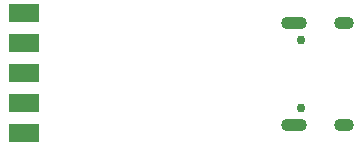
<source format=gbr>
%TF.GenerationSoftware,KiCad,Pcbnew,5.1.6+dfsg1-1*%
%TF.CreationDate,2020-06-28T19:58:20+08:00*%
%TF.ProjectId,stlink,73746c69-6e6b-42e6-9b69-6361645f7063,rev?*%
%TF.SameCoordinates,Original*%
%TF.FileFunction,Soldermask,Bot*%
%TF.FilePolarity,Negative*%
%FSLAX46Y46*%
G04 Gerber Fmt 4.6, Leading zero omitted, Abs format (unit mm)*
G04 Created by KiCad (PCBNEW 5.1.6+dfsg1-1) date 2020-06-28 19:58:20*
%MOMM*%
%LPD*%
G01*
G04 APERTURE LIST*
%ADD10R,2.640000X1.624000*%
%ADD11O,2.200000X1.100000*%
%ADD12C,0.750000*%
%ADD13O,1.700000X1.100000*%
G04 APERTURE END LIST*
D10*
%TO.C,J2*%
X111500000Y-84840000D03*
X111500000Y-87380000D03*
X111500000Y-89920000D03*
X111500000Y-92460000D03*
X111500000Y-95000000D03*
%TD*%
D11*
%TO.C,J1*%
X134370000Y-85680000D03*
X134370000Y-94320000D03*
D12*
X134900000Y-92890000D03*
D13*
X138550000Y-94320000D03*
D12*
X134900000Y-87110000D03*
D13*
X138550000Y-85680000D03*
%TD*%
M02*

</source>
